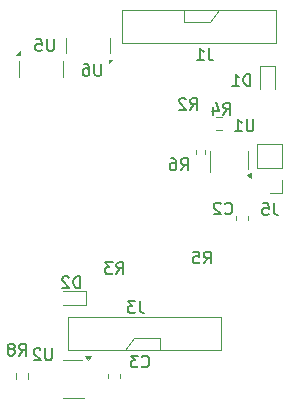
<source format=gbr>
%TF.GenerationSoftware,KiCad,Pcbnew,8.0.4*%
%TF.CreationDate,2024-08-19T21:40:42+03:00*%
%TF.ProjectId,Shield_Emergent_4,53686965-6c64-45f4-956d-657267656e74,rev?*%
%TF.SameCoordinates,Original*%
%TF.FileFunction,Legend,Bot*%
%TF.FilePolarity,Positive*%
%FSLAX46Y46*%
G04 Gerber Fmt 4.6, Leading zero omitted, Abs format (unit mm)*
G04 Created by KiCad (PCBNEW 8.0.4) date 2024-08-19 21:40:42*
%MOMM*%
%LPD*%
G01*
G04 APERTURE LIST*
%ADD10C,0.150000*%
%ADD11C,0.120000*%
G04 APERTURE END LIST*
D10*
X17066666Y-14154819D02*
X17399999Y-13678628D01*
X17638094Y-14154819D02*
X17638094Y-13154819D01*
X17638094Y-13154819D02*
X17257142Y-13154819D01*
X17257142Y-13154819D02*
X17161904Y-13202438D01*
X17161904Y-13202438D02*
X17114285Y-13250057D01*
X17114285Y-13250057D02*
X17066666Y-13345295D01*
X17066666Y-13345295D02*
X17066666Y-13488152D01*
X17066666Y-13488152D02*
X17114285Y-13583390D01*
X17114285Y-13583390D02*
X17161904Y-13631009D01*
X17161904Y-13631009D02*
X17257142Y-13678628D01*
X17257142Y-13678628D02*
X17638094Y-13678628D01*
X16209523Y-13154819D02*
X16399999Y-13154819D01*
X16399999Y-13154819D02*
X16495237Y-13202438D01*
X16495237Y-13202438D02*
X16542856Y-13250057D01*
X16542856Y-13250057D02*
X16638094Y-13392914D01*
X16638094Y-13392914D02*
X16685713Y-13583390D01*
X16685713Y-13583390D02*
X16685713Y-13964342D01*
X16685713Y-13964342D02*
X16638094Y-14059580D01*
X16638094Y-14059580D02*
X16590475Y-14107200D01*
X16590475Y-14107200D02*
X16495237Y-14154819D01*
X16495237Y-14154819D02*
X16304761Y-14154819D01*
X16304761Y-14154819D02*
X16209523Y-14107200D01*
X16209523Y-14107200D02*
X16161904Y-14059580D01*
X16161904Y-14059580D02*
X16114285Y-13964342D01*
X16114285Y-13964342D02*
X16114285Y-13726247D01*
X16114285Y-13726247D02*
X16161904Y-13631009D01*
X16161904Y-13631009D02*
X16209523Y-13583390D01*
X16209523Y-13583390D02*
X16304761Y-13535771D01*
X16304761Y-13535771D02*
X16495237Y-13535771D01*
X16495237Y-13535771D02*
X16590475Y-13583390D01*
X16590475Y-13583390D02*
X16638094Y-13631009D01*
X16638094Y-13631009D02*
X16685713Y-13726247D01*
X6161904Y-29254819D02*
X6161904Y-30064342D01*
X6161904Y-30064342D02*
X6114285Y-30159580D01*
X6114285Y-30159580D02*
X6066666Y-30207200D01*
X6066666Y-30207200D02*
X5971428Y-30254819D01*
X5971428Y-30254819D02*
X5780952Y-30254819D01*
X5780952Y-30254819D02*
X5685714Y-30207200D01*
X5685714Y-30207200D02*
X5638095Y-30159580D01*
X5638095Y-30159580D02*
X5590476Y-30064342D01*
X5590476Y-30064342D02*
X5590476Y-29254819D01*
X5161904Y-29350057D02*
X5114285Y-29302438D01*
X5114285Y-29302438D02*
X5019047Y-29254819D01*
X5019047Y-29254819D02*
X4780952Y-29254819D01*
X4780952Y-29254819D02*
X4685714Y-29302438D01*
X4685714Y-29302438D02*
X4638095Y-29350057D01*
X4638095Y-29350057D02*
X4590476Y-29445295D01*
X4590476Y-29445295D02*
X4590476Y-29540533D01*
X4590476Y-29540533D02*
X4638095Y-29683390D01*
X4638095Y-29683390D02*
X5209523Y-30254819D01*
X5209523Y-30254819D02*
X4590476Y-30254819D01*
X22938094Y-7004819D02*
X22938094Y-6004819D01*
X22938094Y-6004819D02*
X22699999Y-6004819D01*
X22699999Y-6004819D02*
X22557142Y-6052438D01*
X22557142Y-6052438D02*
X22461904Y-6147676D01*
X22461904Y-6147676D02*
X22414285Y-6242914D01*
X22414285Y-6242914D02*
X22366666Y-6433390D01*
X22366666Y-6433390D02*
X22366666Y-6576247D01*
X22366666Y-6576247D02*
X22414285Y-6766723D01*
X22414285Y-6766723D02*
X22461904Y-6861961D01*
X22461904Y-6861961D02*
X22557142Y-6957200D01*
X22557142Y-6957200D02*
X22699999Y-7004819D01*
X22699999Y-7004819D02*
X22938094Y-7004819D01*
X21414285Y-7004819D02*
X21985713Y-7004819D01*
X21699999Y-7004819D02*
X21699999Y-6004819D01*
X21699999Y-6004819D02*
X21795237Y-6147676D01*
X21795237Y-6147676D02*
X21890475Y-6242914D01*
X21890475Y-6242914D02*
X21985713Y-6290533D01*
X3366666Y-29854819D02*
X3699999Y-29378628D01*
X3938094Y-29854819D02*
X3938094Y-28854819D01*
X3938094Y-28854819D02*
X3557142Y-28854819D01*
X3557142Y-28854819D02*
X3461904Y-28902438D01*
X3461904Y-28902438D02*
X3414285Y-28950057D01*
X3414285Y-28950057D02*
X3366666Y-29045295D01*
X3366666Y-29045295D02*
X3366666Y-29188152D01*
X3366666Y-29188152D02*
X3414285Y-29283390D01*
X3414285Y-29283390D02*
X3461904Y-29331009D01*
X3461904Y-29331009D02*
X3557142Y-29378628D01*
X3557142Y-29378628D02*
X3938094Y-29378628D01*
X2795237Y-29283390D02*
X2890475Y-29235771D01*
X2890475Y-29235771D02*
X2938094Y-29188152D01*
X2938094Y-29188152D02*
X2985713Y-29092914D01*
X2985713Y-29092914D02*
X2985713Y-29045295D01*
X2985713Y-29045295D02*
X2938094Y-28950057D01*
X2938094Y-28950057D02*
X2890475Y-28902438D01*
X2890475Y-28902438D02*
X2795237Y-28854819D01*
X2795237Y-28854819D02*
X2604761Y-28854819D01*
X2604761Y-28854819D02*
X2509523Y-28902438D01*
X2509523Y-28902438D02*
X2461904Y-28950057D01*
X2461904Y-28950057D02*
X2414285Y-29045295D01*
X2414285Y-29045295D02*
X2414285Y-29092914D01*
X2414285Y-29092914D02*
X2461904Y-29188152D01*
X2461904Y-29188152D02*
X2509523Y-29235771D01*
X2509523Y-29235771D02*
X2604761Y-29283390D01*
X2604761Y-29283390D02*
X2795237Y-29283390D01*
X2795237Y-29283390D02*
X2890475Y-29331009D01*
X2890475Y-29331009D02*
X2938094Y-29378628D01*
X2938094Y-29378628D02*
X2985713Y-29473866D01*
X2985713Y-29473866D02*
X2985713Y-29664342D01*
X2985713Y-29664342D02*
X2938094Y-29759580D01*
X2938094Y-29759580D02*
X2890475Y-29807200D01*
X2890475Y-29807200D02*
X2795237Y-29854819D01*
X2795237Y-29854819D02*
X2604761Y-29854819D01*
X2604761Y-29854819D02*
X2509523Y-29807200D01*
X2509523Y-29807200D02*
X2461904Y-29759580D01*
X2461904Y-29759580D02*
X2414285Y-29664342D01*
X2414285Y-29664342D02*
X2414285Y-29473866D01*
X2414285Y-29473866D02*
X2461904Y-29378628D01*
X2461904Y-29378628D02*
X2509523Y-29331009D01*
X2509523Y-29331009D02*
X2604761Y-29283390D01*
X24933333Y-16954819D02*
X24933333Y-17669104D01*
X24933333Y-17669104D02*
X24980952Y-17811961D01*
X24980952Y-17811961D02*
X25076190Y-17907200D01*
X25076190Y-17907200D02*
X25219047Y-17954819D01*
X25219047Y-17954819D02*
X25314285Y-17954819D01*
X23980952Y-16954819D02*
X24457142Y-16954819D01*
X24457142Y-16954819D02*
X24504761Y-17431009D01*
X24504761Y-17431009D02*
X24457142Y-17383390D01*
X24457142Y-17383390D02*
X24361904Y-17335771D01*
X24361904Y-17335771D02*
X24123809Y-17335771D01*
X24123809Y-17335771D02*
X24028571Y-17383390D01*
X24028571Y-17383390D02*
X23980952Y-17431009D01*
X23980952Y-17431009D02*
X23933333Y-17526247D01*
X23933333Y-17526247D02*
X23933333Y-17764342D01*
X23933333Y-17764342D02*
X23980952Y-17859580D01*
X23980952Y-17859580D02*
X24028571Y-17907200D01*
X24028571Y-17907200D02*
X24123809Y-17954819D01*
X24123809Y-17954819D02*
X24361904Y-17954819D01*
X24361904Y-17954819D02*
X24457142Y-17907200D01*
X24457142Y-17907200D02*
X24504761Y-17859580D01*
X13583333Y-25254819D02*
X13583333Y-25969104D01*
X13583333Y-25969104D02*
X13630952Y-26111961D01*
X13630952Y-26111961D02*
X13726190Y-26207200D01*
X13726190Y-26207200D02*
X13869047Y-26254819D01*
X13869047Y-26254819D02*
X13964285Y-26254819D01*
X13202380Y-25254819D02*
X12583333Y-25254819D01*
X12583333Y-25254819D02*
X12916666Y-25635771D01*
X12916666Y-25635771D02*
X12773809Y-25635771D01*
X12773809Y-25635771D02*
X12678571Y-25683390D01*
X12678571Y-25683390D02*
X12630952Y-25731009D01*
X12630952Y-25731009D02*
X12583333Y-25826247D01*
X12583333Y-25826247D02*
X12583333Y-26064342D01*
X12583333Y-26064342D02*
X12630952Y-26159580D01*
X12630952Y-26159580D02*
X12678571Y-26207200D01*
X12678571Y-26207200D02*
X12773809Y-26254819D01*
X12773809Y-26254819D02*
X13059523Y-26254819D01*
X13059523Y-26254819D02*
X13154761Y-26207200D01*
X13154761Y-26207200D02*
X13202380Y-26159580D01*
X17866666Y-9054819D02*
X18199999Y-8578628D01*
X18438094Y-9054819D02*
X18438094Y-8054819D01*
X18438094Y-8054819D02*
X18057142Y-8054819D01*
X18057142Y-8054819D02*
X17961904Y-8102438D01*
X17961904Y-8102438D02*
X17914285Y-8150057D01*
X17914285Y-8150057D02*
X17866666Y-8245295D01*
X17866666Y-8245295D02*
X17866666Y-8388152D01*
X17866666Y-8388152D02*
X17914285Y-8483390D01*
X17914285Y-8483390D02*
X17961904Y-8531009D01*
X17961904Y-8531009D02*
X18057142Y-8578628D01*
X18057142Y-8578628D02*
X18438094Y-8578628D01*
X17485713Y-8150057D02*
X17438094Y-8102438D01*
X17438094Y-8102438D02*
X17342856Y-8054819D01*
X17342856Y-8054819D02*
X17104761Y-8054819D01*
X17104761Y-8054819D02*
X17009523Y-8102438D01*
X17009523Y-8102438D02*
X16961904Y-8150057D01*
X16961904Y-8150057D02*
X16914285Y-8245295D01*
X16914285Y-8245295D02*
X16914285Y-8340533D01*
X16914285Y-8340533D02*
X16961904Y-8483390D01*
X16961904Y-8483390D02*
X17533332Y-9054819D01*
X17533332Y-9054819D02*
X16914285Y-9054819D01*
X13766666Y-30759580D02*
X13814285Y-30807200D01*
X13814285Y-30807200D02*
X13957142Y-30854819D01*
X13957142Y-30854819D02*
X14052380Y-30854819D01*
X14052380Y-30854819D02*
X14195237Y-30807200D01*
X14195237Y-30807200D02*
X14290475Y-30711961D01*
X14290475Y-30711961D02*
X14338094Y-30616723D01*
X14338094Y-30616723D02*
X14385713Y-30426247D01*
X14385713Y-30426247D02*
X14385713Y-30283390D01*
X14385713Y-30283390D02*
X14338094Y-30092914D01*
X14338094Y-30092914D02*
X14290475Y-29997676D01*
X14290475Y-29997676D02*
X14195237Y-29902438D01*
X14195237Y-29902438D02*
X14052380Y-29854819D01*
X14052380Y-29854819D02*
X13957142Y-29854819D01*
X13957142Y-29854819D02*
X13814285Y-29902438D01*
X13814285Y-29902438D02*
X13766666Y-29950057D01*
X13433332Y-29854819D02*
X12814285Y-29854819D01*
X12814285Y-29854819D02*
X13147618Y-30235771D01*
X13147618Y-30235771D02*
X13004761Y-30235771D01*
X13004761Y-30235771D02*
X12909523Y-30283390D01*
X12909523Y-30283390D02*
X12861904Y-30331009D01*
X12861904Y-30331009D02*
X12814285Y-30426247D01*
X12814285Y-30426247D02*
X12814285Y-30664342D01*
X12814285Y-30664342D02*
X12861904Y-30759580D01*
X12861904Y-30759580D02*
X12909523Y-30807200D01*
X12909523Y-30807200D02*
X13004761Y-30854819D01*
X13004761Y-30854819D02*
X13290475Y-30854819D01*
X13290475Y-30854819D02*
X13385713Y-30807200D01*
X13385713Y-30807200D02*
X13433332Y-30759580D01*
X6311904Y-3054819D02*
X6311904Y-3864342D01*
X6311904Y-3864342D02*
X6264285Y-3959580D01*
X6264285Y-3959580D02*
X6216666Y-4007200D01*
X6216666Y-4007200D02*
X6121428Y-4054819D01*
X6121428Y-4054819D02*
X5930952Y-4054819D01*
X5930952Y-4054819D02*
X5835714Y-4007200D01*
X5835714Y-4007200D02*
X5788095Y-3959580D01*
X5788095Y-3959580D02*
X5740476Y-3864342D01*
X5740476Y-3864342D02*
X5740476Y-3054819D01*
X4788095Y-3054819D02*
X5264285Y-3054819D01*
X5264285Y-3054819D02*
X5311904Y-3531009D01*
X5311904Y-3531009D02*
X5264285Y-3483390D01*
X5264285Y-3483390D02*
X5169047Y-3435771D01*
X5169047Y-3435771D02*
X4930952Y-3435771D01*
X4930952Y-3435771D02*
X4835714Y-3483390D01*
X4835714Y-3483390D02*
X4788095Y-3531009D01*
X4788095Y-3531009D02*
X4740476Y-3626247D01*
X4740476Y-3626247D02*
X4740476Y-3864342D01*
X4740476Y-3864342D02*
X4788095Y-3959580D01*
X4788095Y-3959580D02*
X4835714Y-4007200D01*
X4835714Y-4007200D02*
X4930952Y-4054819D01*
X4930952Y-4054819D02*
X5169047Y-4054819D01*
X5169047Y-4054819D02*
X5264285Y-4007200D01*
X5264285Y-4007200D02*
X5311904Y-3959580D01*
X19433333Y-3854819D02*
X19433333Y-4569104D01*
X19433333Y-4569104D02*
X19480952Y-4711961D01*
X19480952Y-4711961D02*
X19576190Y-4807200D01*
X19576190Y-4807200D02*
X19719047Y-4854819D01*
X19719047Y-4854819D02*
X19814285Y-4854819D01*
X18433333Y-4854819D02*
X19004761Y-4854819D01*
X18719047Y-4854819D02*
X18719047Y-3854819D01*
X18719047Y-3854819D02*
X18814285Y-3997676D01*
X18814285Y-3997676D02*
X18909523Y-4092914D01*
X18909523Y-4092914D02*
X19004761Y-4140533D01*
X23211904Y-9854819D02*
X23211904Y-10664342D01*
X23211904Y-10664342D02*
X23164285Y-10759580D01*
X23164285Y-10759580D02*
X23116666Y-10807200D01*
X23116666Y-10807200D02*
X23021428Y-10854819D01*
X23021428Y-10854819D02*
X22830952Y-10854819D01*
X22830952Y-10854819D02*
X22735714Y-10807200D01*
X22735714Y-10807200D02*
X22688095Y-10759580D01*
X22688095Y-10759580D02*
X22640476Y-10664342D01*
X22640476Y-10664342D02*
X22640476Y-9854819D01*
X21640476Y-10854819D02*
X22211904Y-10854819D01*
X21926190Y-10854819D02*
X21926190Y-9854819D01*
X21926190Y-9854819D02*
X22021428Y-9997676D01*
X22021428Y-9997676D02*
X22116666Y-10092914D01*
X22116666Y-10092914D02*
X22211904Y-10140533D01*
X11616666Y-22954819D02*
X11949999Y-22478628D01*
X12188094Y-22954819D02*
X12188094Y-21954819D01*
X12188094Y-21954819D02*
X11807142Y-21954819D01*
X11807142Y-21954819D02*
X11711904Y-22002438D01*
X11711904Y-22002438D02*
X11664285Y-22050057D01*
X11664285Y-22050057D02*
X11616666Y-22145295D01*
X11616666Y-22145295D02*
X11616666Y-22288152D01*
X11616666Y-22288152D02*
X11664285Y-22383390D01*
X11664285Y-22383390D02*
X11711904Y-22431009D01*
X11711904Y-22431009D02*
X11807142Y-22478628D01*
X11807142Y-22478628D02*
X12188094Y-22478628D01*
X11283332Y-21954819D02*
X10664285Y-21954819D01*
X10664285Y-21954819D02*
X10997618Y-22335771D01*
X10997618Y-22335771D02*
X10854761Y-22335771D01*
X10854761Y-22335771D02*
X10759523Y-22383390D01*
X10759523Y-22383390D02*
X10711904Y-22431009D01*
X10711904Y-22431009D02*
X10664285Y-22526247D01*
X10664285Y-22526247D02*
X10664285Y-22764342D01*
X10664285Y-22764342D02*
X10711904Y-22859580D01*
X10711904Y-22859580D02*
X10759523Y-22907200D01*
X10759523Y-22907200D02*
X10854761Y-22954819D01*
X10854761Y-22954819D02*
X11140475Y-22954819D01*
X11140475Y-22954819D02*
X11235713Y-22907200D01*
X11235713Y-22907200D02*
X11283332Y-22859580D01*
X20816666Y-17809580D02*
X20864285Y-17857200D01*
X20864285Y-17857200D02*
X21007142Y-17904819D01*
X21007142Y-17904819D02*
X21102380Y-17904819D01*
X21102380Y-17904819D02*
X21245237Y-17857200D01*
X21245237Y-17857200D02*
X21340475Y-17761961D01*
X21340475Y-17761961D02*
X21388094Y-17666723D01*
X21388094Y-17666723D02*
X21435713Y-17476247D01*
X21435713Y-17476247D02*
X21435713Y-17333390D01*
X21435713Y-17333390D02*
X21388094Y-17142914D01*
X21388094Y-17142914D02*
X21340475Y-17047676D01*
X21340475Y-17047676D02*
X21245237Y-16952438D01*
X21245237Y-16952438D02*
X21102380Y-16904819D01*
X21102380Y-16904819D02*
X21007142Y-16904819D01*
X21007142Y-16904819D02*
X20864285Y-16952438D01*
X20864285Y-16952438D02*
X20816666Y-17000057D01*
X20435713Y-17000057D02*
X20388094Y-16952438D01*
X20388094Y-16952438D02*
X20292856Y-16904819D01*
X20292856Y-16904819D02*
X20054761Y-16904819D01*
X20054761Y-16904819D02*
X19959523Y-16952438D01*
X19959523Y-16952438D02*
X19911904Y-17000057D01*
X19911904Y-17000057D02*
X19864285Y-17095295D01*
X19864285Y-17095295D02*
X19864285Y-17190533D01*
X19864285Y-17190533D02*
X19911904Y-17333390D01*
X19911904Y-17333390D02*
X20483332Y-17904819D01*
X20483332Y-17904819D02*
X19864285Y-17904819D01*
X10311904Y-5154819D02*
X10311904Y-5964342D01*
X10311904Y-5964342D02*
X10264285Y-6059580D01*
X10264285Y-6059580D02*
X10216666Y-6107200D01*
X10216666Y-6107200D02*
X10121428Y-6154819D01*
X10121428Y-6154819D02*
X9930952Y-6154819D01*
X9930952Y-6154819D02*
X9835714Y-6107200D01*
X9835714Y-6107200D02*
X9788095Y-6059580D01*
X9788095Y-6059580D02*
X9740476Y-5964342D01*
X9740476Y-5964342D02*
X9740476Y-5154819D01*
X8835714Y-5154819D02*
X9026190Y-5154819D01*
X9026190Y-5154819D02*
X9121428Y-5202438D01*
X9121428Y-5202438D02*
X9169047Y-5250057D01*
X9169047Y-5250057D02*
X9264285Y-5392914D01*
X9264285Y-5392914D02*
X9311904Y-5583390D01*
X9311904Y-5583390D02*
X9311904Y-5964342D01*
X9311904Y-5964342D02*
X9264285Y-6059580D01*
X9264285Y-6059580D02*
X9216666Y-6107200D01*
X9216666Y-6107200D02*
X9121428Y-6154819D01*
X9121428Y-6154819D02*
X8930952Y-6154819D01*
X8930952Y-6154819D02*
X8835714Y-6107200D01*
X8835714Y-6107200D02*
X8788095Y-6059580D01*
X8788095Y-6059580D02*
X8740476Y-5964342D01*
X8740476Y-5964342D02*
X8740476Y-5726247D01*
X8740476Y-5726247D02*
X8788095Y-5631009D01*
X8788095Y-5631009D02*
X8835714Y-5583390D01*
X8835714Y-5583390D02*
X8930952Y-5535771D01*
X8930952Y-5535771D02*
X9121428Y-5535771D01*
X9121428Y-5535771D02*
X9216666Y-5583390D01*
X9216666Y-5583390D02*
X9264285Y-5631009D01*
X9264285Y-5631009D02*
X9311904Y-5726247D01*
X20666666Y-9454819D02*
X20999999Y-8978628D01*
X21238094Y-9454819D02*
X21238094Y-8454819D01*
X21238094Y-8454819D02*
X20857142Y-8454819D01*
X20857142Y-8454819D02*
X20761904Y-8502438D01*
X20761904Y-8502438D02*
X20714285Y-8550057D01*
X20714285Y-8550057D02*
X20666666Y-8645295D01*
X20666666Y-8645295D02*
X20666666Y-8788152D01*
X20666666Y-8788152D02*
X20714285Y-8883390D01*
X20714285Y-8883390D02*
X20761904Y-8931009D01*
X20761904Y-8931009D02*
X20857142Y-8978628D01*
X20857142Y-8978628D02*
X21238094Y-8978628D01*
X19809523Y-8788152D02*
X19809523Y-9454819D01*
X20047618Y-8407200D02*
X20285713Y-9121485D01*
X20285713Y-9121485D02*
X19666666Y-9121485D01*
X19016666Y-22054819D02*
X19349999Y-21578628D01*
X19588094Y-22054819D02*
X19588094Y-21054819D01*
X19588094Y-21054819D02*
X19207142Y-21054819D01*
X19207142Y-21054819D02*
X19111904Y-21102438D01*
X19111904Y-21102438D02*
X19064285Y-21150057D01*
X19064285Y-21150057D02*
X19016666Y-21245295D01*
X19016666Y-21245295D02*
X19016666Y-21388152D01*
X19016666Y-21388152D02*
X19064285Y-21483390D01*
X19064285Y-21483390D02*
X19111904Y-21531009D01*
X19111904Y-21531009D02*
X19207142Y-21578628D01*
X19207142Y-21578628D02*
X19588094Y-21578628D01*
X18111904Y-21054819D02*
X18588094Y-21054819D01*
X18588094Y-21054819D02*
X18635713Y-21531009D01*
X18635713Y-21531009D02*
X18588094Y-21483390D01*
X18588094Y-21483390D02*
X18492856Y-21435771D01*
X18492856Y-21435771D02*
X18254761Y-21435771D01*
X18254761Y-21435771D02*
X18159523Y-21483390D01*
X18159523Y-21483390D02*
X18111904Y-21531009D01*
X18111904Y-21531009D02*
X18064285Y-21626247D01*
X18064285Y-21626247D02*
X18064285Y-21864342D01*
X18064285Y-21864342D02*
X18111904Y-21959580D01*
X18111904Y-21959580D02*
X18159523Y-22007200D01*
X18159523Y-22007200D02*
X18254761Y-22054819D01*
X18254761Y-22054819D02*
X18492856Y-22054819D01*
X18492856Y-22054819D02*
X18588094Y-22007200D01*
X18588094Y-22007200D02*
X18635713Y-21959580D01*
X8538094Y-24154819D02*
X8538094Y-23154819D01*
X8538094Y-23154819D02*
X8299999Y-23154819D01*
X8299999Y-23154819D02*
X8157142Y-23202438D01*
X8157142Y-23202438D02*
X8061904Y-23297676D01*
X8061904Y-23297676D02*
X8014285Y-23392914D01*
X8014285Y-23392914D02*
X7966666Y-23583390D01*
X7966666Y-23583390D02*
X7966666Y-23726247D01*
X7966666Y-23726247D02*
X8014285Y-23916723D01*
X8014285Y-23916723D02*
X8061904Y-24011961D01*
X8061904Y-24011961D02*
X8157142Y-24107200D01*
X8157142Y-24107200D02*
X8299999Y-24154819D01*
X8299999Y-24154819D02*
X8538094Y-24154819D01*
X7585713Y-23250057D02*
X7538094Y-23202438D01*
X7538094Y-23202438D02*
X7442856Y-23154819D01*
X7442856Y-23154819D02*
X7204761Y-23154819D01*
X7204761Y-23154819D02*
X7109523Y-23202438D01*
X7109523Y-23202438D02*
X7061904Y-23250057D01*
X7061904Y-23250057D02*
X7014285Y-23345295D01*
X7014285Y-23345295D02*
X7014285Y-23440533D01*
X7014285Y-23440533D02*
X7061904Y-23583390D01*
X7061904Y-23583390D02*
X7633332Y-24154819D01*
X7633332Y-24154819D02*
X7014285Y-24154819D01*
D11*
%TO.C,R6*%
X18370000Y-12753641D02*
X18370000Y-12446359D01*
X19130000Y-12753641D02*
X19130000Y-12446359D01*
%TO.C,U2*%
X7100000Y-30190000D02*
X7900000Y-30190000D01*
X7100000Y-33410000D02*
X8900000Y-33410000D01*
X8700000Y-30190000D02*
X7900000Y-30190000D01*
X9200000Y-30240000D02*
X8960000Y-29910000D01*
X9440000Y-29910000D01*
X9200000Y-30240000D01*
G36*
X9200000Y-30240000D02*
G01*
X8960000Y-29910000D01*
X9440000Y-29910000D01*
X9200000Y-30240000D01*
G37*
%TO.C,D1*%
X23800000Y-5340000D02*
X23800000Y-7300000D01*
X25000000Y-5340000D02*
X23800000Y-5340000D01*
X25000000Y-5340000D02*
X25000000Y-7300000D01*
%TO.C,R8*%
X3077500Y-31345276D02*
X3077500Y-31854724D01*
X4122500Y-31345276D02*
X4122500Y-31854724D01*
%TO.C,J5*%
X23540000Y-11940000D02*
X23540000Y-14000000D01*
X25660000Y-11940000D02*
X23540000Y-11940000D01*
X25660000Y-11940000D02*
X25660000Y-14000000D01*
X25660000Y-14000000D02*
X23540000Y-14000000D01*
X25660000Y-15000000D02*
X25660000Y-16060000D01*
X25660000Y-16060000D02*
X24600000Y-16060000D01*
%TO.C,J3*%
X12300000Y-29400000D02*
X13100000Y-28400000D01*
X13100000Y-28400000D02*
X15300000Y-28400000D01*
X15300000Y-28400000D02*
X15300000Y-29400000D01*
X7474600Y-29400000D02*
X20500000Y-29400000D01*
X20500000Y-26600000D01*
X7474600Y-26600000D01*
X7474600Y-29400000D01*
%TO.C,C3*%
X10890000Y-31746267D02*
X10890000Y-31453733D01*
X11910000Y-31746267D02*
X11910000Y-31453733D01*
%TO.C,U5*%
X3340000Y-6275000D02*
X3340000Y-4925000D01*
X7060000Y-6275000D02*
X7060000Y-4925000D01*
X3430000Y-4380000D02*
X3150000Y-4380000D01*
X3430000Y-4100000D01*
X3430000Y-4380000D01*
G36*
X3430000Y-4380000D02*
G01*
X3150000Y-4380000D01*
X3430000Y-4100000D01*
X3430000Y-4380000D01*
G37*
%TO.C,J1*%
X17300000Y-1600000D02*
X17300000Y-600000D01*
X19500000Y-1600000D02*
X17300000Y-1600000D01*
X20300000Y-600000D02*
X19500000Y-1600000D01*
X25125400Y-600000D02*
X12100000Y-600000D01*
X12100000Y-3400000D01*
X25125400Y-3400000D01*
X25125400Y-600000D01*
%TO.C,U1*%
X19494522Y-12500000D02*
X19494522Y-14300000D01*
X22714522Y-12500000D02*
X22714522Y-13300000D01*
X22714522Y-14100000D02*
X22714522Y-13300000D01*
X22994522Y-14840000D02*
X22664522Y-14600000D01*
X22994522Y-14360000D01*
X22994522Y-14840000D01*
G36*
X22994522Y-14840000D02*
G01*
X22664522Y-14600000D01*
X22994522Y-14360000D01*
X22994522Y-14840000D01*
G37*
%TO.C,C2*%
X21740000Y-18346267D02*
X21740000Y-18053733D01*
X22760000Y-18346267D02*
X22760000Y-18053733D01*
%TO.C,U6*%
X7340000Y-2925000D02*
X7340000Y-4275000D01*
X11060000Y-2925000D02*
X11060000Y-4275000D01*
X10970000Y-5100000D02*
X10970000Y-4820000D01*
X11250000Y-4820000D01*
X10970000Y-5100000D01*
G36*
X10970000Y-5100000D02*
G01*
X10970000Y-4820000D01*
X11250000Y-4820000D01*
X10970000Y-5100000D01*
G37*
%TO.C,R4*%
X20049798Y-9677500D02*
X20559246Y-9677500D01*
X20049798Y-10722500D02*
X20559246Y-10722500D01*
%TO.C,D2*%
X9060000Y-24400000D02*
X7100000Y-24400000D01*
X9060000Y-25600000D02*
X7100000Y-25600000D01*
X9060000Y-25600000D02*
X9060000Y-24400000D01*
%TD*%
M02*

</source>
